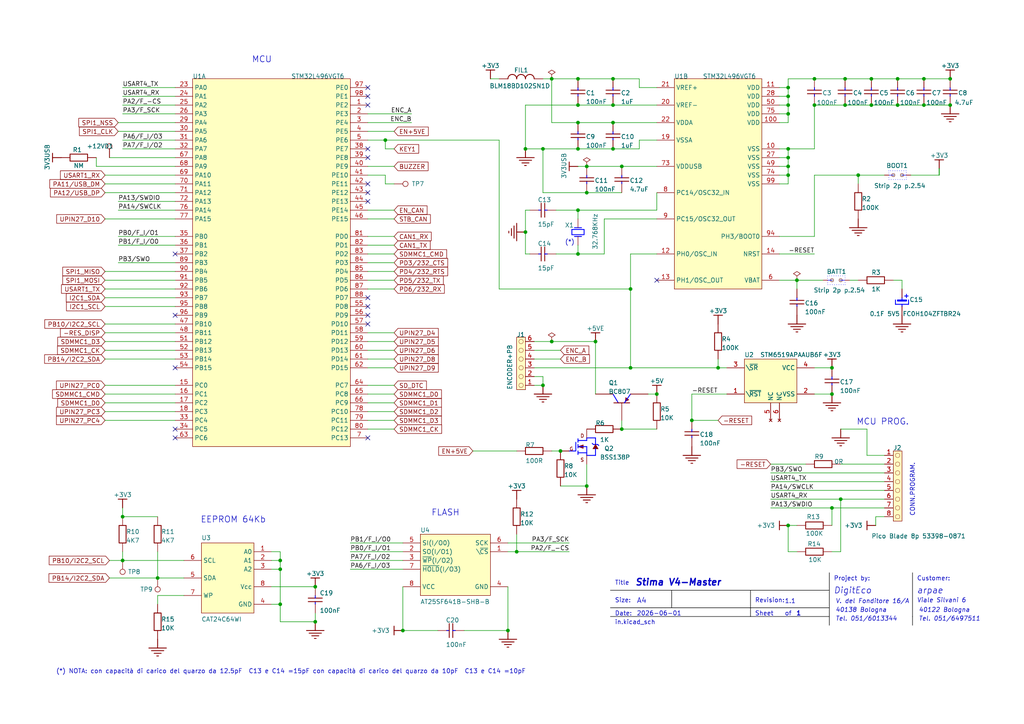
<source format=kicad_sch>
(kicad_sch (version 20230121) (generator eeschema)
  (paper "A4")
  (title_block (title "Stima V4-Master") (rev "1.0"))
  (junction (at 81.28 175.26))
  (junction (at 172.72 99.06))
  (junction (at 267.97 22.86))
  (junction (at 35.56 149.86))
  (junction (at 147.32 182.88))
  (junction (at 167.64 35.56))
  (junction (at 160.02 22.86))
  (junction (at 182.88 106.68))
  (junction (at 167.64 22.86))
  (junction (at 275.59 22.86))
  (junction (at 167.64 60.96))
  (junction (at 81.28 165.1))
  (junction (at 200.66 121.92))
  (junction (at 170.18 140.97))
  (junction (at 228.6 33.02))
  (junction (at 267.97 30.48))
  (junction (at 177.8 22.86))
  (junction (at 177.8 43.18))
  (junction (at 241.3 147.32))
  (junction (at 167.64 73.66))
  (junction (at 241.3 106.68))
  (junction (at 157.48 111.76))
  (junction (at 91.44 180.34))
  (junction (at 228.6 25.4))
  (junction (at 45.72 167.64))
  (junction (at 170.18 55.88))
  (junction (at 236.22 30.48))
  (junction (at 228.6 27.94))
  (junction (at 152.4 43.18))
  (junction (at 252.73 30.48))
  (junction (at 248.92 50.8))
  (junction (at 180.34 124.46))
  (junction (at 111.76 40.64))
  (junction (at 180.34 48.26))
  (junction (at 190.5 114.3))
  (junction (at 160.02 99.06))
  (junction (at 177.8 35.56))
  (junction (at 275.59 30.48))
  (junction (at 162.56 130.81))
  (junction (at 228.6 30.48))
  (junction (at 152.4 67.31))
  (junction (at 245.11 30.48))
  (junction (at 236.22 22.86))
  (junction (at 228.6 50.8))
  (junction (at 167.64 43.18))
  (junction (at 208.28 106.68))
  (junction (at 116.84 182.88))
  (junction (at 228.6 45.72))
  (junction (at 228.6 152.4))
  (junction (at 91.44 170.18))
  (junction (at 231.14 81.28))
  (junction (at 260.35 30.48))
  (junction (at 182.88 83.82))
  (junction (at 245.11 22.86))
  (junction (at 228.6 43.18))
  (junction (at 260.35 22.86))
  (junction (at 243.84 144.78))
  (junction (at 81.28 162.56))
  (junction (at 241.3 114.3))
  (junction (at 177.8 30.48))
  (junction (at 252.73 22.86))
  (junction (at 35.56 162.56))
  (junction (at 149.86 160.02))
  (junction (at 167.64 30.48))
  (junction (at 228.6 48.26))
  (junction (at 157.48 43.18))
  (junction (at 170.18 48.26))
  (no_connect (at 106.68 86.36))
  (no_connect (at 106.68 30.48))
  (no_connect (at 106.68 127))
  (no_connect (at 190.5 81.28))
  (no_connect (at 106.68 45.72))
  (no_connect (at 50.8 106.68))
  (no_connect (at 106.68 43.18))
  (no_connect (at 50.8 73.66))
  (no_connect (at 106.68 27.94))
  (no_connect (at 50.8 91.44))
  (no_connect (at 106.68 25.4))
  (no_connect (at 106.68 53.34))
  (no_connect (at 106.68 55.88))
  (no_connect (at 50.8 127))
  (no_connect (at 106.68 88.9))
  (no_connect (at 106.68 58.42))
  (no_connect (at 106.68 93.98))
  (no_connect (at 106.68 91.44))
  (no_connect (at 50.8 124.46))
  (wire (pts (xy 50.8 60.96) (xy 34.29 60.96)))
  (wire (pts (xy 34.29 38.1) (xy 50.8 38.1)))
  (wire (pts (xy 30.48 119.38) (xy 50.8 119.38)))
  (wire (pts (xy 106.68 63.5) (xy 114.3 63.5)))
  (wire (pts (xy 45.72 172.72) (xy 45.72 175.26)))
  (wire (pts (xy 34.29 35.56) (xy 50.8 35.56)))
  (wire (pts (xy 116.84 170.18) (xy 116.84 182.88)))
  (wire (pts (xy 35.56 33.02) (xy 50.8 33.02)))
  (wire (pts (xy 106.68 106.68) (xy 114.3 106.68)))
  (wire (pts (xy 226.06 53.34) (xy 228.6 53.34)))
  (wire (pts (xy 259.08 81.28) (xy 261.62 81.28)))
  (wire (pts (xy 50.8 48.26) (xy 27.94 48.26)))
  (wire (pts (xy 245.11 22.86) (xy 236.22 22.86)))
  (wire (pts (xy 149.86 160.02) (xy 165.1 160.02)))
  (wire (pts (xy 236.22 68.58) (xy 226.06 68.58)))
  (wire (pts (xy 81.28 180.34) (xy 91.44 180.34)))
  (wire (pts (xy 114.3 68.58) (xy 106.68 68.58)))
  (polyline (pts (xy 177.038 171.196) (xy 240.538 171.196)) (stroke (width 0) (type solid) (color 0 0 0 1)))
  (wire (pts (xy 35.56 160.02) (xy 35.56 162.56)))
  (wire (pts (xy 50.8 63.5) (xy 30.48 63.5)))
  (wire (pts (xy 111.76 53.34) (xy 114.3 53.34)))
  (wire (pts (xy 267.97 30.48) (xy 275.59 30.48)))
  (wire (pts (xy 167.64 22.86) (xy 177.8 22.86)))
  (wire (pts (xy 252.73 30.48) (xy 260.35 30.48)))
  (wire (pts (xy 30.48 83.82) (xy 50.8 83.82)))
  (wire (pts (xy 160.02 22.86) (xy 167.64 22.86)))
  (wire (pts (xy 231.14 81.28) (xy 238.76 81.28)))
  (wire (pts (xy 256.54 134.62) (xy 243.84 134.62)))
  (wire (pts (xy 50.8 30.48) (xy 35.56 30.48)))
  (wire (pts (xy 200.66 114.3) (xy 200.66 121.92)))
  (wire (pts (xy 167.64 73.66) (xy 175.26 73.66)))
  (wire (pts (xy 245.11 30.48) (xy 252.73 30.48)))
  (wire (pts (xy 30.48 99.06) (xy 50.8 99.06)))
  (wire (pts (xy 106.68 35.56) (xy 119.38 35.56)))
  (wire (pts (xy 111.76 50.8) (xy 106.68 50.8)))
  (wire (pts (xy 78.74 162.56) (xy 81.28 162.56)))
  (wire (pts (xy 251.46 124.46) (xy 243.84 124.46)))
  (wire (pts (xy 167.64 73.66) (xy 167.64 71.12)))
  (wire (pts (xy 172.72 99.06) (xy 172.72 114.3)))
  (wire (pts (xy 167.64 60.96) (xy 190.5 60.96)))
  (wire (pts (xy 30.48 104.14) (xy 50.8 104.14)))
  (wire (pts (xy 228.6 35.56) (xy 226.06 35.56)))
  (wire (pts (xy 31.75 45.72) (xy 50.8 45.72)))
  (wire (pts (xy 228.6 30.48) (xy 228.6 33.02)))
  (wire (pts (xy 147.32 160.02) (xy 149.86 160.02)))
  (wire (pts (xy 243.84 160.02) (xy 241.3 160.02)))
  (wire (pts (xy 190.5 60.96) (xy 190.5 55.88)))
  (wire (pts (xy 182.88 73.66) (xy 182.88 83.82)))
  (wire (pts (xy 157.48 43.18) (xy 152.4 43.18)))
  (wire (pts (xy 144.78 40.64) (xy 144.78 83.82)))
  (wire (pts (xy 236.22 30.48) (xy 245.11 30.48)))
  (wire (pts (xy 81.28 162.56) (xy 81.28 160.02)))
  (wire (pts (xy 31.75 167.64) (xy 45.72 167.64)))
  (wire (pts (xy 228.6 22.86) (xy 228.6 25.4)))
  (wire (pts (xy 27.94 48.26) (xy 27.94 45.72)))
  (wire (pts (xy 111.76 43.18) (xy 111.76 40.64)))
  (wire (pts (xy 160.02 99.06) (xy 172.72 99.06)))
  (wire (pts (xy 31.75 162.56) (xy 35.56 162.56)))
  (wire (pts (xy 106.68 121.92) (xy 114.3 121.92)))
  (wire (pts (xy 30.48 53.34) (xy 50.8 53.34)))
  (wire (pts (xy 154.94 104.14) (xy 162.56 104.14)))
  (wire (pts (xy 246.38 81.28) (xy 248.92 81.28)))
  (wire (pts (xy 243.84 144.78) (xy 243.84 160.02)))
  (wire (pts (xy 260.35 22.86) (xy 252.73 22.86)))
  (polyline (pts (xy 217.678 171.196) (xy 217.678 178.816)) (stroke (width 0) (type solid) (color 0 0 0 1)))
  (wire (pts (xy 228.6 43.18) (xy 226.06 43.18)))
  (wire (pts (xy 114.3 48.26) (xy 106.68 48.26)))
  (wire (pts (xy 30.48 50.8) (xy 50.8 50.8)))
  (wire (pts (xy 231.14 160.02) (xy 228.6 160.02)))
  (wire (pts (xy 81.28 165.1) (xy 81.28 162.56)))
  (wire (pts (xy 177.8 43.18) (xy 167.64 43.18)))
  (wire (pts (xy 81.28 175.26) (xy 81.28 180.34)))
  (polyline (pts (xy 194.818 171.196) (xy 194.818 176.276)) (stroke (width 0) (type solid) (color 0 0 0 1)))
  (wire (pts (xy 228.6 48.26) (xy 228.6 45.72)))
  (wire (pts (xy 228.6 25.4) (xy 228.6 27.94)))
  (wire (pts (xy 157.48 109.22) (xy 157.48 111.76)))
  (wire (pts (xy 241.3 147.32) (xy 256.54 147.32)))
  (wire (pts (xy 152.4 30.48) (xy 167.64 30.48)))
  (wire (pts (xy 81.28 175.26) (xy 81.28 165.1)))
  (wire (pts (xy 185.42 22.86) (xy 185.42 25.4)))
  (wire (pts (xy 228.6 160.02) (xy 228.6 152.4)))
  (wire (pts (xy 228.6 53.34) (xy 228.6 50.8)))
  (wire (pts (xy 30.48 96.52) (xy 50.8 96.52)))
  (wire (pts (xy 170.18 134.62) (xy 170.18 140.97)))
  (wire (pts (xy 256.54 50.8) (xy 248.92 50.8)))
  (wire (pts (xy 177.8 30.48) (xy 190.5 30.48)))
  (wire (pts (xy 228.6 45.72) (xy 228.6 43.18)))
  (wire (pts (xy 275.59 22.86) (xy 267.97 22.86)))
  (wire (pts (xy 134.62 182.88) (xy 147.32 182.88)))
  (wire (pts (xy 116.84 160.02) (xy 101.6 160.02)))
  (wire (pts (xy 190.5 48.26) (xy 180.34 48.26)))
  (wire (pts (xy 78.74 170.18) (xy 91.44 170.18)))
  (wire (pts (xy 256.54 144.78) (xy 243.84 144.78)))
  (wire (pts (xy 175.26 63.5) (xy 190.5 63.5)))
  (wire (pts (xy 254 149.86) (xy 254 152.4)))
  (wire (pts (xy 180.34 121.92) (xy 180.34 124.46)))
  (wire (pts (xy 190.5 40.64) (xy 185.42 40.64)))
  (wire (pts (xy 167.64 43.18) (xy 157.48 43.18)))
  (wire (pts (xy 106.68 60.96) (xy 114.3 60.96)))
  (wire (pts (xy 161.29 60.96) (xy 167.64 60.96)))
  (wire (pts (xy 228.6 33.02) (xy 228.6 35.56)))
  (wire (pts (xy 50.8 68.58) (xy 34.29 68.58)))
  (wire (pts (xy 243.84 144.78) (xy 223.52 144.78)))
  (wire (pts (xy 106.68 83.82) (xy 114.3 83.82)))
  (wire (pts (xy 106.68 81.28) (xy 114.3 81.28)))
  (wire (pts (xy 251.46 132.08) (xy 256.54 132.08)))
  (wire (pts (xy 78.74 175.26) (xy 81.28 175.26)))
  (wire (pts (xy 180.34 124.46) (xy 190.5 124.46)))
  (wire (pts (xy 256.54 149.86) (xy 254 149.86)))
  (wire (pts (xy 111.76 40.64) (xy 144.78 40.64)))
  (wire (pts (xy 50.8 58.42) (xy 34.29 58.42)))
  (wire (pts (xy 267.97 22.86) (xy 260.35 22.86)))
  (wire (pts (xy 114.3 71.12) (xy 106.68 71.12)))
  (wire (pts (xy 152.4 43.18) (xy 152.4 30.48)))
  (polyline (pts (xy 177.038 176.276) (xy 240.538 176.276)) (stroke (width 0) (type solid) (color 0 0 0 1)))
  (wire (pts (xy 35.56 147.32) (xy 35.56 149.86)))
  (wire (pts (xy 162.56 140.97) (xy 170.18 140.97)))
  (wire (pts (xy 152.4 60.96) (xy 152.4 67.31)))
  (wire (pts (xy 154.94 109.22) (xy 157.48 109.22)))
  (wire (pts (xy 161.29 73.66) (xy 167.64 73.66)))
  (wire (pts (xy 236.22 114.3) (xy 241.3 114.3)))
  (wire (pts (xy 106.68 104.14) (xy 114.3 104.14)))
  (polyline (pts (xy 264.668 178.816) (xy 264.668 181.356)) (stroke (width 0) (type solid) (color 0 0 0 1)))
  (wire (pts (xy 50.8 86.36) (xy 30.48 86.36)))
  (wire (pts (xy 153.67 60.96) (xy 152.4 60.96)))
  (wire (pts (xy 175.26 73.66) (xy 175.26 63.5)))
  (wire (pts (xy 50.8 55.88) (xy 30.48 55.88)))
  (wire (pts (xy 154.94 99.06) (xy 160.02 99.06)))
  (wire (pts (xy 137.16 130.81) (xy 149.86 130.81)))
  (wire (pts (xy 106.68 76.2) (xy 114.3 76.2)))
  (wire (pts (xy 231.14 83.82) (xy 231.14 81.28)))
  (wire (pts (xy 228.6 45.72) (xy 226.06 45.72)))
  (wire (pts (xy 116.84 157.48) (xy 101.6 157.48)))
  (wire (pts (xy 157.48 55.88) (xy 157.48 43.18)))
  (wire (pts (xy 116.84 182.88) (xy 127 182.88)))
  (wire (pts (xy 144.78 83.82) (xy 182.88 83.82)))
  (wire (pts (xy 190.5 114.3) (xy 187.96 114.3)))
  (wire (pts (xy 228.6 152.4) (xy 231.14 152.4)))
  (wire (pts (xy 35.56 149.86) (xy 45.72 149.86)))
  (wire (pts (xy 35.56 43.18) (xy 50.8 43.18)))
  (wire (pts (xy 248.92 53.34) (xy 248.92 50.8)))
  (wire (pts (xy 30.48 93.98) (xy 50.8 93.98)))
  (wire (pts (xy 228.6 27.94) (xy 228.6 30.48)))
  (wire (pts (xy 154.94 101.6) (xy 162.56 101.6)))
  (wire (pts (xy 210.82 114.3) (xy 200.66 114.3)))
  (wire (pts (xy 248.92 50.8) (xy 236.22 50.8)))
  (wire (pts (xy 182.88 106.68) (xy 182.88 83.82)))
  (wire (pts (xy 226.06 50.8) (xy 228.6 50.8)))
  (wire (pts (xy 50.8 27.94) (xy 35.56 27.94)))
  (wire (pts (xy 30.48 114.3) (xy 50.8 114.3)))
  (wire (pts (xy 256.54 137.16) (xy 223.52 137.16)))
  (wire (pts (xy 228.6 27.94) (xy 226.06 27.94)))
  (wire (pts (xy 106.68 119.38) (xy 114.3 119.38)))
  (wire (pts (xy 167.64 35.56) (xy 177.8 35.56)))
  (wire (pts (xy 236.22 50.8) (xy 236.22 68.58)))
  (wire (pts (xy 228.6 33.02) (xy 226.06 33.02)))
  (wire (pts (xy 261.62 81.28) (xy 261.62 83.82)))
  (wire (pts (xy 106.68 40.64) (xy 111.76 40.64)))
  (wire (pts (xy 182.88 106.68) (xy 208.28 106.68)))
  (wire (pts (xy 160.02 22.86) (xy 160.02 35.56)))
  (wire (pts (xy 152.4 67.31) (xy 152.4 73.66)))
  (wire (pts (xy 50.8 76.2) (xy 34.29 76.2)))
  (wire (pts (xy 114.3 73.66) (xy 106.68 73.66)))
  (wire (pts (xy 50.8 88.9) (xy 30.48 88.9)))
  (wire (pts (xy 185.42 40.64) (xy 185.42 43.18)))
  (wire (pts (xy 236.22 22.86) (xy 228.6 22.86)))
  (wire (pts (xy 223.52 134.62) (xy 233.68 134.62)))
  (wire (pts (xy 182.88 73.66) (xy 190.5 73.66)))
  (wire (pts (xy 45.72 160.02) (xy 45.72 167.64)))
  (wire (pts (xy 228.6 43.18) (xy 236.22 43.18)))
  (wire (pts (xy 228.6 50.8) (xy 228.6 48.26)))
  (wire (pts (xy 185.42 43.18) (xy 177.8 43.18)))
  (wire (pts (xy 35.56 40.64) (xy 50.8 40.64)))
  (wire (pts (xy 185.42 25.4) (xy 190.5 25.4)))
  (wire (pts (xy 223.52 142.24) (xy 256.54 142.24)))
  (wire (pts (xy 106.68 99.06) (xy 114.3 99.06)))
  (wire (pts (xy 50.8 71.12) (xy 34.29 71.12)))
  (wire (pts (xy 111.76 53.34) (xy 111.76 50.8)))
  (wire (pts (xy 147.32 157.48) (xy 165.1 157.48)))
  (wire (pts (xy 157.48 111.76) (xy 154.94 111.76)))
  (wire (pts (xy 157.48 22.86) (xy 160.02 22.86)))
  (wire (pts (xy 114.3 43.18) (xy 111.76 43.18)))
  (wire (pts (xy 106.68 114.3) (xy 114.3 114.3)))
  (wire (pts (xy 30.48 78.74) (xy 50.8 78.74)))
  (wire (pts (xy 116.84 162.56) (xy 101.6 162.56)))
  (wire (pts (xy 208.28 106.68) (xy 210.82 106.68)))
  (wire (pts (xy 30.48 101.6) (xy 50.8 101.6)))
  (wire (pts (xy 241.3 152.4) (xy 241.3 147.32)))
  (wire (pts (xy 106.68 101.6) (xy 114.3 101.6)))
  (wire (pts (xy 228.6 48.26) (xy 226.06 48.26)))
  (wire (pts (xy 30.48 121.92) (xy 50.8 121.92)))
  (wire (pts (xy 260.35 30.48) (xy 267.97 30.48)))
  (polyline (pts (xy 240.538 166.116) (xy 240.538 178.816)) (stroke (width 0) (type solid) (color 0 0 0 1)))
  (wire (pts (xy 154.94 106.68) (xy 182.88 106.68)))
  (wire (pts (xy 106.68 38.1) (xy 114.3 38.1)))
  (wire (pts (xy 78.74 165.1) (xy 81.28 165.1)))
  (wire (pts (xy 53.34 172.72) (xy 45.72 172.72)))
  (wire (pts (xy 106.68 78.74) (xy 114.3 78.74)))
  (wire (pts (xy 236.22 43.18) (xy 236.22 30.48)))
  (wire (pts (xy 30.48 111.76) (xy 50.8 111.76)))
  (wire (pts (xy 170.18 55.88) (xy 157.48 55.88)))
  (wire (pts (xy 106.68 111.76) (xy 114.3 111.76)))
  (wire (pts (xy 106.68 116.84) (xy 114.3 116.84)))
  (wire (pts (xy 35.56 162.56) (xy 53.34 162.56)))
  (wire (pts (xy 228.6 25.4) (xy 226.06 25.4)))
  (wire (pts (xy 91.44 177.8) (xy 91.44 180.34)))
  (wire (pts (xy 144.78 22.86) (xy 142.24 22.86)))
  (wire (pts (xy 160.02 35.56) (xy 167.64 35.56)))
  (wire (pts (xy 152.4 73.66) (xy 153.67 73.66)))
  (wire (pts (xy 228.6 30.48) (xy 226.06 30.48)))
  (wire (pts (xy 231.14 81.28) (xy 226.06 81.28)))
  (wire (pts (xy 177.8 35.56) (xy 190.5 35.56)))
  (wire (pts (xy 252.73 22.86) (xy 245.11 22.86)))
  (wire (pts (xy 114.3 124.46) (xy 106.68 124.46)))
  (wire (pts (xy 208.28 104.14) (xy 208.28 106.68)))
  (wire (pts (xy 30.48 81.28) (xy 50.8 81.28)))
  (wire (pts (xy 106.68 33.02) (xy 119.38 33.02)))
  (wire (pts (xy 272.415 50.8) (xy 272.415 48.895)) (stroke (width 0.254)))
  (wire (pts (xy 81.28 160.02) (xy 78.74 160.02)))
  (wire (pts (xy 106.68 96.52) (xy 114.3 96.52)))
  (wire (pts (xy 264.16 50.8) (xy 272.415 50.8)))
  (wire (pts (xy 256.54 139.7) (xy 223.52 139.7)))
  (wire (pts (xy 236.22 106.68) (xy 241.3 106.68)))
  (wire (pts (xy 45.72 167.64) (xy 53.34 167.64)))
  (wire (pts (xy 226.06 73.66) (xy 236.22 73.66)))
  (wire (pts (xy 50.8 25.4) (xy 35.56 25.4)))
  (wire (pts (xy 180.34 48.26) (xy 170.18 48.26)))
  (wire (pts (xy 116.84 165.1) (xy 101.6 165.1)))
  (wire (pts (xy 251.46 124.46) (xy 251.46 132.08)))
  (wire (pts (xy 180.34 55.88) (xy 170.18 55.88)))
  (wire (pts (xy 167.64 60.96) (xy 167.64 63.5)))
  (wire (pts (xy 167.64 30.48) (xy 177.8 30.48)))
  (wire (pts (xy 200.66 121.92) (xy 208.28 121.92)))
  (wire (pts (xy 30.48 116.84) (xy 50.8 116.84)))
  (wire (pts (xy 177.8 22.86) (xy 185.42 22.86)))
  (wire (pts (xy 167.64 48.26) (xy 170.18 48.26)))
  (wire (pts (xy 223.52 147.32) (xy 241.3 147.32)))
  (wire (pts (xy 149.86 154.94) (xy 149.86 160.02)))
  (wire (pts (xy 147.32 170.18) (xy 147.32 182.88)))
  (wire (pts (xy 160.02 130.81) (xy 162.56 130.81)))
  (polyline (pts (xy 264.668 166.116) (xy 264.668 166.116) (xy 264.668 178.816)) (stroke (width 0) (type solid) (color 0 0 0 1)))
  (polyline (pts (xy 177.038 178.816) (xy 240.538 178.816) (xy 240.538 181.356)) (stroke (width 0) (type solid) (color 0 0 0 1)))
  (text "MCU PROG." (at 248.412 123.4948 0) (effects (font (size 1.778 1.778)) (justify left bottom)))
  (text "Revision:" (at 218.948 175.006 0) (effects (font (size 1.27 1.27)) (justify left bottom)))
  (text "(*)" (at 163.83 71.12 0) (effects (font (size 1.27 1.27)) (justify left bottom)))
  (text "1.1" (at 227.584 175.26 0) (effects (font (size 1.27 1.27)) (justify left bottom)))
  (text "V. del Fonditore 16/A" (at 242.316 175.26 0) (effects (font (size 1.27 1.27) italic) (justify left bottom)))
  (text "40138 Bologna" (at 242.316 177.8 0) (effects (font (size 1.27 1.27) italic) (justify left bottom)))
  (text "A4" (at 184.658 175.26 0) (effects (font (size 1.524 1.524)) (justify left bottom)))
  (text "Sheet" (at 218.948 178.816 0) (effects (font (size 1.27 1.27)) (justify left bottom)))
  (text "(*) NOTA: con capacità di carico del quarzo da 12.5pF  C13 e C14 =15pF con capacità di carico del quarzo da 10pF  C13 e C14 =10pF" (at 16.256 195.58 0) (effects (font (size 1.27 1.27)) (justify left bottom)))
  (text "${##}" (at 230.886 178.816 0) (effects (font (size 1.27 1.27) bold) (justify left bottom)))
  (text "${CURRENT_DATE}" (at 184.658 178.816 0) (effects (font (size 1.27 1.27)) (justify left bottom)))
  (text "Tel. 051/6497511" (at 266.446 180.34 0) (effects (font (size 1.27 1.27) italic) (justify left bottom)))
  (text "DigitEco" (at 241.808 172.466 0) (effects (font (size 1.778 1.778) italic) (justify left bottom)))
  (text "Project by:" (at 241.808 168.656 0) (effects (font (size 1.27 1.27)) (justify left bottom)))
  (text "MCU" (at 73.025 18.415 0) (effects (font (size 1.778 1.778)) (justify left bottom)))
  (text "${#}" (at 224.282 178.816 0) (effects (font (size 1.27 1.27) bold) (justify left bottom)))
  (text "EEPROM 64Kb" (at 58.166 151.892 0) (effects (font (size 1.778 1.778)) (justify left bottom)))
  (text "FLASH" (at 125.095 149.86 0) (effects (font (size 1.778 1.778)) (justify left bottom)))
  (text "arpae" (at 265.938 172.466 0) (effects (font (size 1.778 1.778) italic) (justify left bottom)))
  (text "Date:" (at 178.308 178.816 0) (effects (font (size 1.27 1.27)) (justify left bottom)))
  (text "${FILENAME}" (at 178.308 181.356 0) (effects (font (size 1.27 1.27)) (justify left bottom)))
  (text "" (at 180.34 107.315 90) (effects (font (size 1.143 1.143)) (justify left bottom)))
  (text "Customer:" (at 265.938 168.656 0) (effects (font (size 1.27 1.27)) (justify left bottom)))
  (text "CONN.PROGRAM." (at 265.43 149.86 90) (effects (font (size 1.27 1.27)) (justify left bottom)))
  (text "Tel. 051/6013344" (at 242.316 180.34 0) (effects (font (size 1.27 1.27) italic) (justify left bottom)))
  (text "40122 Bologna" (at 266.446 177.8 0) (effects (font (size 1.27 1.27) italic) (justify left bottom)))
  (text "Size:" (at 178.308 175.006 0) (effects (font (size 1.27 1.27)) (justify left bottom)))
  (text "${TITLE}" (at 184.15 170.18 0) (effects (font (size 1.905 1.905) bold italic) (justify left bottom)))
  (text "" (at 184.658 181.356 0) (effects (font (size 1.27 1.27)) (justify left bottom)))
  (text "Viale Silvani 6" (at 265.938 175.006 0) (effects (font (size 1.27 1.27) italic) (justify left bottom)))
  (text "of" (at 227.584 178.816 0) (effects (font (size 1.27 1.27)) (justify left bottom)))
  (text "Title" (at 178.308 169.926 0) (effects (font (size 1.27 1.27)) (justify left bottom)))
  (label "USART4_RX" (at 223.52 144.78 180))
  (label "PA14/SWCLK" (at 34.29 60.96 180))
  (label "PA3/F_SCK" (at 165.1 157.48 180))
  (label "PA3/F_SCK" (at 35.56 33.02 180))
  (label "PA2/F_-CS" (at 35.56 30.48 180))
  (label "PA2/F_-CS" (at 165.1 160.02 180))
  (label "USART4_TX" (at 223.52 139.7 180))
  (label "PB1/F_I/O0" (at 34.29 71.12 180))
  (label "PA13/SWDIO" (at 223.52 147.32 180))
  (label "PB0/F_I/O1" (at 101.6 160.02 180))
  (label "PB1/F_I/O0" (at 101.6 157.48 180))
  (label "PA7/F_I/O2" (at 35.56 43.18 180))
  (label "PB3/SWO" (at 223.52 137.16 180))
  (label "USART4_TX" (at 35.56 25.4 180))
  (label "ENC_A" (at 119.38 33.02 180))
  (label "PA7/F_I/O2" (at 101.6 162.56 180))
  (label "-RESET" (at 236.22 73.66 180))
  (label "PB0/F_I/O1" (at 34.29 68.58 180))
  (label "PA13/SWDIO" (at 34.29 58.42 180))
  (label "PA14/SWCLK" (at 223.52 142.24 180))
  (label "PA6/F_I/O3" (at 101.6 165.1 180))
  (label "ENC_B" (at 119.38 35.56 180))
  (label "PA6/F_I/O3" (at 35.56 40.64 180))
  (label "USART4_RX" (at 35.56 27.94 180))
  (label "-RESET" (at 200.66 114.3 180))
  (label "PB3/SWO" (at 34.29 76.2 180))
  (global_label "KEY1" (shape input) (at 114.3 43.18 0) (property "Intersheetrefs" "${INTERSHEET_REFS}" (effects hide)))
  (global_label "STB_CAN" (shape input) (at 114.3 63.5 0) (property "Intersheetrefs" "${INTERSHEET_REFS}" (effects hide)))
  (global_label "USART1_TX" (shape input) (at 30.48 83.82 180) (property "Intersheetrefs" "${INTERSHEET_REFS}" (effects hide)))
  (global_label "SDMMC1_D0" (shape input) (at 114.3 114.3 0) (property "Intersheetrefs" "${INTERSHEET_REFS}" (effects hide)))
  (global_label "ENC_A" (shape input) (at 162.56 101.6 0) (property "Intersheetrefs" "${INTERSHEET_REFS}" (effects hide)))
  (global_label "SDMMC1_D3" (shape input) (at 30.48 99.06 180) (property "Intersheetrefs" "${INTERSHEET_REFS}" (effects hide)))
  (global_label "SDMMC1_CK" (shape input) (at 114.3 124.46 0) (property "Intersheetrefs" "${INTERSHEET_REFS}" (effects hide)))
  (global_label "UPIN27_D4" (shape input) (at 114.3 96.52 0) (property "Intersheetrefs" "${INTERSHEET_REFS}" (effects hide)))
  (global_label "PD5{slash}232_TX" (shape input) (at 114.3 81.28 0) (property "Intersheetrefs" "${INTERSHEET_REFS}" (effects hide)))
  (global_label "SDMMC1_D0" (shape input) (at 30.48 116.84 180) (property "Intersheetrefs" "${INTERSHEET_REFS}" (effects hide)))
  (global_label "UPIN27_PC0" (shape input) (at 30.48 111.76 180) (property "Intersheetrefs" "${INTERSHEET_REFS}" (effects hide)))
  (global_label "SPI1_NSS" (shape input) (at 34.29 35.56 180) (property "Intersheetrefs" "${INTERSHEET_REFS}" (effects hide)))
  (global_label "PB14{slash}I2C2_SDA" (shape input) (at 30.48 104.14 180) (property "Intersheetrefs" "${INTERSHEET_REFS}" (effects hide)))
  (global_label "PB10{slash}I2C2_SCL" (shape input) (at 31.75 162.56 180) (property "Intersheetrefs" "${INTERSHEET_REFS}" (effects hide)))
  (global_label "-RES_DISP" (shape input) (at 30.48 96.52 180) (property "Intersheetrefs" "${INTERSHEET_REFS}" (effects hide)))
  (global_label "EN+5VE" (shape input) (at 137.16 130.81 180) (property "Intersheetrefs" "${INTERSHEET_REFS}" (effects hide)))
  (global_label "PD4{slash}232_RTS" (shape input) (at 114.3 78.74 0) (property "Intersheetrefs" "${INTERSHEET_REFS}" (effects hide)))
  (global_label "ENC_B" (shape input) (at 162.56 104.14 0) (property "Intersheetrefs" "${INTERSHEET_REFS}" (effects hide)))
  (global_label "SPI1_MOSI" (shape input) (at 30.48 81.28 180) (property "Intersheetrefs" "${INTERSHEET_REFS}" (effects hide)))
  (global_label "PB14{slash}I2C2_SDA" (shape input) (at 31.75 167.64 180) (property "Intersheetrefs" "${INTERSHEET_REFS}" (effects hide)))
  (global_label "SDMMC1_CMD" (shape input) (at 114.3 73.66 0) (property "Intersheetrefs" "${INTERSHEET_REFS}" (effects hide)))
  (global_label "UPIN27_D8" (shape input) (at 114.3 104.14 0) (property "Intersheetrefs" "${INTERSHEET_REFS}" (effects hide)))
  (global_label "SDMMC1_D3" (shape input) (at 114.3 121.92 0) (property "Intersheetrefs" "${INTERSHEET_REFS}" (effects hide)))
  (global_label "SPI1_MISO" (shape input) (at 30.48 78.74 180) (property "Intersheetrefs" "${INTERSHEET_REFS}" (effects hide)))
  (global_label "PA12{slash}USB_DP" (shape input) (at 30.48 55.88 180) (property "Intersheetrefs" "${INTERSHEET_REFS}" (effects hide)))
  (global_label "SDMMC1_D1" (shape input) (at 114.3 116.84 0) (property "Intersheetrefs" "${INTERSHEET_REFS}" (effects hide)))
  (global_label "SDMMC1_CMD" (shape input) (at 30.48 114.3 180) (property "Intersheetrefs" "${INTERSHEET_REFS}" (effects hide)))
  (global_label "CAN1_TX" (shape input) (at 114.3 71.12 0) (property "Intersheetrefs" "${INTERSHEET_REFS}" (effects hide)))
  (global_label "SD_DTC" (shape input) (at 114.3 111.76 0) (property "Intersheetrefs" "${INTERSHEET_REFS}" (effects hide)))
  (global_label "I2C1_SDA" (shape input) (at 30.48 86.36 180) (property "Intersheetrefs" "${INTERSHEET_REFS}" (effects hide)))
  (global_label "UPIN27_PC3" (shape input) (at 30.48 119.38 180) (property "Intersheetrefs" "${INTERSHEET_REFS}" (effects hide)))
  (global_label "BUZZER" (shape input) (at 114.3 48.26 0) (property "Intersheetrefs" "${INTERSHEET_REFS}" (effects hide)))
  (global_label "EN_CAN" (shape input) (at 114.3 60.96 0) (property "Intersheetrefs" "${INTERSHEET_REFS}" (effects hide)))
  (global_label "PA11{slash}USB_DM" (shape input) (at 30.48 53.34 180) (property "Intersheetrefs" "${INTERSHEET_REFS}" (effects hide)))
  (global_label "UPIN27_D10" (shape input) (at 30.48 63.5 180) (property "Intersheetrefs" "${INTERSHEET_REFS}" (effects hide)))
  (global_label "UPIN27_D9" (shape input) (at 114.3 106.68 0) (property "Intersheetrefs" "${INTERSHEET_REFS}" (effects hide)))
  (global_label "SDMMC1_D2" (shape input) (at 114.3 119.38 0) (property "Intersheetrefs" "${INTERSHEET_REFS}" (effects hide)))
  (global_label "USART1_RX" (shape input) (at 30.48 50.8 180) (property "Intersheetrefs" "${INTERSHEET_REFS}" (effects hide)))
  (global_label "SDMMC1_CK" (shape input) (at 30.48 101.6 180) (property "Intersheetrefs" "${INTERSHEET_REFS}" (effects hide)))
  (global_label "I2C1_SCL" (shape input) (at 30.48 88.9 180) (property "Intersheetrefs" "${INTERSHEET_REFS}" (effects hide)))
  (global_label "PB10{slash}I2C2_SCL" (shape input) (at 30.48 93.98 180) (property "Intersheetrefs" "${INTERSHEET_REFS}" (effects hide)))
  (global_label "PD3{slash}232_CTS" (shape input) (at 114.3 76.2 0) (property "Intersheetrefs" "${INTERSHEET_REFS}" (effects hide)))
  (global_label "UPIN27_D6" (shape input) (at 114.3 101.6 0) (property "Intersheetrefs" "${INTERSHEET_REFS}" (effects hide)))
  (global_label "SPI1_CLK" (shape input) (at 34.29 38.1 180) (property "Intersheetrefs" "${INTERSHEET_REFS}" (effects hide)))
  (global_label "UPIN27_PC4" (shape input) (at 30.48 121.92 180) (property "Intersheetrefs" "${INTERSHEET_REFS}" (effects hide)))
  (global_label "EN+5VE" (shape input) (at 114.3 38.1 0) (property "Intersheetrefs" "${INTERSHEET_REFS}" (effects hide)))
  (global_label "PD6{slash}232_RX" (shape input) (at 114.3 83.82 0) (property "Intersheetrefs" "${INTERSHEET_REFS}" (effects hide)))
  (global_label "CAN1_RX" (shape input) (at 114.3 68.58 0) (property "Intersheetrefs" "${INTERSHEET_REFS}" (effects hide)))
  (global_label "-RESET" (shape input) (at 223.52 134.62 180) (property "Intersheetrefs" "${INTERSHEET_REFS}" (effects hide)))
  (global_label "-RESET" (shape input) (at 208.28 121.92 0) (property "Intersheetrefs" "${INTERSHEET_REFS}" (effects hide)))
  (global_label "UPIN27_D5" (shape input) (at 114.3 99.06 0) (property "Intersheetrefs" "${INTERSHEET_REFS}" (effects hide)))
  (symbol (lib_id "Stima V4 Master R1_1-altium-import:GND") (at 91.44 180.34 0) (unit 1)
    (property "Reference" "#PWR?" (effects hide))
    (property "Value" "GND" (effects hide))
  )
  (symbol (lib_id "Stima V4 Master R1_1-altium-import:root_2_C0805") (at 245.11 27.94 0) (unit 1)
    (property "Reference" "C4" (at 247.396 27.686 0) (effects (justify left bottom)))
    (property "Value" "100nF" (at 245.745 30.48 0) (effects (justify left bottom)))
    (property "Footprint" "Library_Master_impronte:0603" (effects hide))
    (property "PACKAGE REFERENCE" "0603" (effects hide))
    (property "TYPE" "Multistrato X5R/X7R" (effects hide))
    (property "ALTIUM_VALUE" "100nF" (effects hide))
    (property "VOLTAGE" "50V" (effects hide))
  )
  (symbol (lib_id "Stima V4 Master R1_1-altium-import:+3V3") (at 116.84 182.88 270) (unit 1)
    (property "Reference" "#PWR?" (effects hide))
    (property "Value" "+3V3" (at 113.03 182.88 90) (effects (justify right)))
  )
  (symbol (lib_id "Stima V4 Master R1_1-altium-import:root_3_C0805") (at 158.75 60.96 0) (unit 1)
    (property "Reference" "C13" (at 155.956 58.674 0) (effects (justify left bottom)))
    (property "Value" "15pF" (at 155.956 65.786 0) (effects (justify left bottom)))
    (property "Footprint" "Library_Master_impronte:0603" (effects hide))
    (property "PACKAGE REFERENCE" "0603" (effects hide))
    (property "TYPE" "Multistrato X5R/X7R" (effects hide))
    (property "ALTIUM_VALUE" "15pF" (effects hide))
    (property "VOLTAGE" "50V" (effects hide))
  )
  (symbol (lib_id "Stima V4 Master R1_1-altium-import:GND") (at 157.48 111.76 0) (unit 1)
    (property "Reference" "#PWR?" (effects hide))
    (property "Value" "GND" (effects hide))
  )
  (symbol (lib_id "Stima V4 Master R1_1-altium-import:+3V3") (at 241.3 106.68 180) (unit 1)
    (property "Reference" "#PWR?" (effects hide))
    (property "Value" "+3V3" (at 241.3 102.87 0))
  )
  (symbol (lib_id "Stima V4 Master R1_1-altium-import:root_2_C0805") (at 252.73 27.94 0) (unit 1)
    (property "Reference" "C5" (at 255.016 27.686 0) (effects (justify left bottom)))
    (property "Value" "100nF" (at 253.365 30.48 0) (effects (justify left bottom)))
    (property "Footprint" "Library_Master_impronte:0603" (effects hide))
    (property "PACKAGE REFERENCE" "0603" (effects hide))
    (property "TYPE" "Multistrato X5R/X7R" (effects hide))
    (property "ALTIUM_VALUE" "100nF" (effects hide))
    (property "VOLTAGE" "50V" (effects hide))
  )
  (symbol (lib_id "Stima V4 Master R1_1-altium-import:root_0_BLM21BD") (at 147.32 20.32 0) (unit 1)
    (property "Reference" "FIL1" (at 149.098 21.082 0) (effects (justify left bottom)))
    (property "Value" "BLM18BD102SN1D" (at 141.986 25.654 0) (effects (justify left bottom)))
    (property "Footprint" "Library_Master_impronte:0603" (effects hide))
    (property "TYPE" "BLM18BD102SN1D  MURATA" (effects hide))
    (property "PACKAGE REFERENCE" "0603" (effects hide))
  )
  (symbol (lib_id "Stima V4 Master R1_1-altium-import:root_1_Res_0805") (at 33.02 157.48 0) (unit 1)
    (property "Reference" "R10" (at 36.576 154.94 0) (effects (justify left bottom)))
    (property "Value" "4K7" (at 36.576 157.48 0) (effects (justify left bottom)))
    (property "Footprint" "Library_Master_impronte:0603" (effects hide))
    (property "ALTIUM_VALUE" "4K75" (effects hide))
    (property "PRECISION" "5%" (effects hide))
    (property "PACKAGE REFERENCE" "0603" (effects hide))
    (property "POWER" "1/8W" (effects hide))
  )
  (symbol (lib_id "Stima V4 Master R1_1-altium-import:GND") (at 248.92 63.5 0) (unit 1)
    (property "Reference" "#PWR?" (effects hide))
    (property "Value" "GND" (effects hide))
  )
  (symbol (lib_id "Stima V4 Master R1_1-altium-import:root_3_Res_0805") (at 152.4 147.32 0) (unit 1)
    (property "Reference" "R12" (at 150.876 149.86 0) (effects (justify left bottom)))
    (property "Value" "10K" (at 150.876 152.4 0) (effects (justify left bottom)))
    (property "Footprint" "Library_Master_impronte:0603" (effects hide))
    (property "ALTIUM_VALUE" "10K" (effects hide))
    (property "PRECISION" "5%" (effects hide))
    (property "PACKAGE REFERENCE" "0603" (effects hide))
    (property "POWER" "1/8W" (effects hide))
  )
  (symbol (lib_id "Stima V4 Master R1_1-altium-import:+3V3") (at 254 152.4 270) (unit 1)
    (property "Reference" "#PWR?" (effects hide))
    (property "Value" "+3V3" (at 250.19 152.4 90) (effects (justify right)))
  )
  (symbol (lib_id "Stima V4 Master R1_1-altium-import:+3V3") (at 149.86 144.78 180) (unit 1)
    (property "Reference" "#PWR?" (effects hide))
    (property "Value" "+3V3" (at 149.86 140.97 0))
  )
  (symbol (lib_id "Stima V4 Master R1_1-altium-import:+3V3") (at 91.44 170.18 180) (unit 1)
    (property "Reference" "#PWR?" (effects hide))
    (property "Value" "+3V3" (at 91.44 166.37 0))
  )
  (symbol (lib_id "Stima V4 Master R1_1-altium-import:root_2_C0805") (at 267.97 27.94 0) (unit 1)
    (property "Reference" "C7" (at 270.256 27.686 0) (effects (justify left bottom)))
    (property "Value" "100nF" (at 268.605 30.48 0) (effects (justify left bottom)))
    (property "Footprint" "Library_Master_impronte:0603" (effects hide))
    (property "PACKAGE REFERENCE" "0603" (effects hide))
    (property "TYPE" "Multistrato X5R/X7R" (effects hide))
    (property "ALTIUM_VALUE" "100nF" (effects hide))
    (property "VOLTAGE" "50V" (effects hide))
  )
  (symbol (lib_id "Stima V4 Master R1_1-altium-import:root_3_C0805") (at 158.75 73.66 0) (unit 1)
    (property "Reference" "C14" (at 155.956 71.374 0) (effects (justify left bottom)))
    (property "Value" "15pF" (at 155.956 78.486 0) (effects (justify left bottom)))
    (property "Footprint" "Library_Master_impronte:0603" (effects hide))
    (property "PACKAGE REFERENCE" "0603" (effects hide))
    (property "TYPE" "Multistrato X5R/X7R" (effects hide))
    (property "ALTIUM_VALUE" "15pF" (effects hide))
    (property "VOLTAGE" "50V" (effects hide))
  )
  (symbol (lib_id "Stima V4 Master R1_1-altium-import:root_1_Res_0805") (at 246.38 60.96 0) (unit 1)
    (property "Reference" "R2" (at 249.936 58.42 0) (effects (justify left bottom)))
    (property "Value" "100K" (at 249.936 60.96 0) (effects (justify left bottom)))
    (property "Footprint" "Library_Master_impronte:0603" (effects hide))
    (property "ALTIUM_VALUE" "4K75" (effects hide))
    (property "PRECISION" "5%" (effects hide))
    (property "PACKAGE REFERENCE" "0603" (effects hide))
    (property "POWER" "1/8W" (effects hide))
  )
  (symbol (lib_id "Stima V4 Master R1_1-altium-import:root_2_C0805") (at 167.64 27.94 0) (unit 1)
    (property "Reference" "C1" (at 169.926 27.686 0) (effects (justify left bottom)))
    (property "Value" "100nF" (at 169.926 30.226 0) (effects (justify left bottom)))
    (property "Footprint" "Library_Master_impronte:0603" (effects hide))
    (property "PACKAGE REFERENCE" "0603" (effects hide))
    (property "TYPE" "Multistrato X5R/X7R" (effects hide))
    (property "ALTIUM_VALUE" "100nF" (effects hide))
    (property "VOLTAGE" "50V" (effects hide))
  )
  (symbol (lib_id "Stima V4 Master R1_1-altium-import:root_2_C0805") (at 231.14 88.9 0) (unit 1)
    (property "Reference" "C16" (at 233.426 88.646 0) (effects (justify left bottom)))
    (property "Value" "100nF" (at 233.426 91.186 0) (effects (justify left bottom)))
    (property "Footprint" "Library_Master_impronte:0603" (effects hide))
    (property "PACKAGE REFERENCE" "0603" (effects hide))
    (property "TYPE" "Multistrato X5R/X7R" (effects hide))
    (property "ALTIUM_VALUE" "100nF" (effects hide))
    (property "VOLTAGE" "50V" (effects hide))
  )
  (symbol (lib_id "power:PWR_FLAG") (at 231.14 81.28 0) (unit 1)
    (property "Reference" "#FLG07" (effects hide))
    (property "Value" "PWR_FLAG" (effects hide))
  )
  (symbol (lib_id "Stima V4 Master R1_1-altium-import:root_1_BC807-25") (at 177.8 116.84 0) (unit 1)
    (property "Reference" "Q1" (at 176.53 111.76 0) (effects (justify left bottom)))
    (property "Value" "BC807" (at 176.53 114.3 0) (effects (justify left bottom)))
    (property "Footprint" "Library_Master_impronte:SOT23" (effects hide))
    (property "PACKAGE REFERENCE" "SOT23" (effects hide))
  )
  (symbol (lib_id "Stima V4 Master R1_1-altium-import:root_0_C0603") (at 200.66 124.46 0) (unit 1)
    (property "Reference" "C18" (at 202.946 126.746 0) (effects (justify left bottom)))
    (property "Value" "100nF" (at 202.946 129.286 0) (effects (justify left bottom)))
    (property "Footprint" "Library_Master_impronte:0603" (effects hide))
    (property "PACKAGE REFERENCE" "0603" (effects hide))
    (property "TYPE" "Multistrato X5R/X7R" (effects hide))
    (property "ALTIUM_VALUE" "100nF" (effects hide))
    (property "VOLTAGE" "50V" (effects hide))
  )
  (symbol (lib_id "Connector:TestPoint") (at 114.3 53.34 270) (unit 1)
    (property "Reference" "TP7" (at 119.38 53.34 90) (effects (justify left)))
    (property "Value" "TestPoint" (effects hide))
    (property "Footprint" "Library_Master_impronte:TP" (effects hide))
  )
  (symbol (lib_id "Stima V4 Master R1_1-altium-import:GND") (at 200.66 129.54 0) (unit 1)
    (property "Reference" "#PWR?" (effects hide))
    (property "Value" "GND" (effects hide))
  )
  (symbol (lib_id "Stima V4 Master R1_1-altium-import:root_0_AT25SF161SSHD") (at 121.92 154.94 0) (unit 1)
    (property "Reference" "U4" (at 121.92 154.4828 0) (effects (justify left bottom)))
    (property "Value" "AT25SF641B-SHB-B" (at 121.92 175.26 0) (effects (justify left bottom)))
    (property "Footprint" "Library_Master_impronte:SO8W" (effects hide))
    (property "PACKAGE REFERENCE" "SO8W" (effects hide))
  )
  (symbol (lib_id "power:PWR_FLAG") (at 160.02 22.86 0) (unit 1)
    (property "Reference" "#FLG08" (effects hide))
    (property "Value" "PWR_FLAG" (effects hide))
  )
  (symbol (lib_id "Connector:TestPoint") (at 45.72 167.64 180) (unit 1)
    (property "Reference" "TP9" (at 40.64 170.942 0) (effects (justify right)))
    (property "Value" "TestPoint" (effects hide))
    (property "Footprint" "Library_Master_impronte:TP" (effects hide))
  )
  (symbol (lib_id "Stima V4 Master R1_1-altium-import:root_0_Res_0805") (at 236.22 132.08 0) (unit 1)
    (property "Reference" "R9" (at 236.22 133.1468 0) (effects (justify left bottom)))
    (property "Value" "0R" (at 241.935 134.62 0) (effects (justify left bottom)))
    (property "Footprint" "Library_Master_impronte:0603" (effects hide))
    (property "ALTIUM_VALUE" "0R" (effects hide))
    (property "PRECISION" "5%" (effects hide))
    (property "PACKAGE REFERENCE" "0603" (effects hide))
    (property "POWER" "1/8W" (effects hide))
  )
  (symbol (lib_id "Stima V4 Master R1_1-altium-import:+3V3") (at 208.28 93.98 180) (unit 1)
    (property "Reference" "#PWR?" (effects hide))
    (property "Value" "+3V3" (at 208.28 90.17 0))
  )
  (symbol (lib_id "Connector:TestPoint") (at 31.75 45.72 0) (unit 1)
    (property "Reference" "+12VD1" (at 25.146 42.418 0) (effects (justify left)))
    (property "Value" "TestPoint" (effects hide))
    (property "Footprint" "Library_Master_impronte:TP" (effects hide))
    (instances (project "Stima V4 Master" (path "" (reference "+12VD1") (unit 1)) (path "" (reference "MCO1") (unit 1))))
  )
  (symbol (lib_id "Stima V4 Master R1_1-altium-import:root_0_C0805") (at 177.8 38.1 0) (unit 1)
    (property "Reference" "C10" (at 180.086 40.386 0) (effects (justify left bottom)))
    (property "Value" "1uF" (at 180.086 42.926 0) (effects (justify left bottom)))
    (property "Footprint" "Library_Master_impronte:0603" (effects hide))
    (property "PACKAGE REFERENCE" "0603" (effects hide))
    (property "TYPE" "Multistrato X5R/X7R" (effects hide))
    (property "ALTIUM_VALUE" "100nF" (effects hide))
    (property "VOLTAGE" "50V" (effects hide))
  )
  (symbol (lib_id "Stima V4 Master R1_1-altium-import:+5V") (at 190.5 114.3 180) (unit 1)
    (property "Reference" "#PWR?" (effects hide))
    (property "Value" "+5V" (at 190.5 110.49 0))
  )
  (symbol (lib_id "Stima V4 Master R1_1-altium-import:GND") (at 170.18 140.97 0) (unit 1)
    (property "Reference" "#PWR?" (effects hide))
    (property "Value" "GND" (effects hide))
  )
  (symbol (lib_id "Stima V4 Master R1_1-altium-import:root_2_Res_0805") (at 238.76 162.56 0) (unit 1)
    (property "Reference" "R14" (at 234.188 158.496 0) (effects (justify left bottom)))
    (property "Value" "10K" (at 234.442 163.068 0) (effects (justify left bottom)))
    (property "Footprint" "Library_Master_impronte:0603" (effects hide))
    (property "ALTIUM_VALUE" "100K" (effects hide))
    (property "PRECISION" "1%" (effects hide))
    (property "PACKAGE REFERENCE" "0603" (effects hide))
    (property "POWER" "1/8W" (effects hide))
  )
  (symbol (lib_id "Stima V4 Master R1_1-altium-import:root_0_C0805") (at 91.44 172.72 0) (unit 1)
    (property "Reference" "C19" (at 92.71 172.72 0) (effects (justify left bottom)))
    (property "Value" "100nF" (at 92.71 177.8 0) (effects (justify left bottom)))
    (property "Footprint" "Library_Master_impronte:0603" (effects hide))
    (property "PACKAGE REFERENCE" "0603" (effects hide))
    (property "TYPE" "Multistrato X5R/X7R" (effects hide))
    (property "ALTIUM_VALUE" "100nF" (effects hide))
    (property "VOLTAGE" "50V" (effects hide))
  )
  (symbol (lib_id "Stima V4 Master R1_1-altium-import:GND") (at 152.4 67.31 270) (unit 1)
    (property "Reference" "#PWR?" (effects hide))
    (property "Value" "GND" (effects hide))
  )
  (symbol (lib_id "power:PWR_FLAG") (at 170.18 48.26 0) (unit 1)
    (property "Reference" "#FLG010" (effects hide))
    (property "Value" "PWR_FLAG" (effects hide))
  )
  (symbol (lib_id "Stima V4 Master R1_1-altium-import:root_2_STRIP_6P") (at 152.4 113.03 0) (unit 1)
    (property "Reference" "J1" (at 149.86 97.79 0) (effects (justify left bottom)))
    (property "Value" "ENCODER+PB" (at 148.59 113.03 90) (effects (justify left bottom)))
    (property "Footprint" "Library_Master_impronte:CONN MICROMATCH6PF MIO" (effects hide))
  )
  (symbol (lib_id "Stima V4 Master R1_1-altium-import:GND") (at 243.84 124.46 0) (unit 1)
    (property "Reference" "#PWR?" (effects hide))
    (property "Value" "GND" (effects hide))
  )
  (symbol (lib_id "Stima V4 Master R1_1-altium-import:root_1_Res 0603") (at 187.96 121.92 0) (unit 1)
    (property "Reference" "R5" (at 191.516 119.38 0) (effects (justify left bottom)))
    (property "Value" "10K" (at 191.516 121.92 0) (effects (justify left bottom)))
    (property "Footprint" "Library_Master_impronte:0603" (effects hide))
    (property "ALTIUM_VALUE" "10K" (effects hide))
    (property "PRECISION" "1%" (effects hide))
    (property "PACKAGE REFERENCE" "0603" (effects hide))
    (property "POWER" "1/10W" (effects hide))
  )
  (symbol (lib_id "Stima V4 Master R1_1-altium-import:root_2_C0805") (at 167.64 40.64 0) (unit 1)
    (property "Reference" "C9" (at 169.926 40.386 0) (effects (justify left bottom)))
    (property "Value" "100nF" (at 169.926 42.926 0) (effects (justify left bottom)))
    (property "Footprint" "Library_Master_impronte:0603" (effects hide))
    (property "PACKAGE REFERENCE" "0603" (effects hide))
    (property "TYPE" "Multistrato X5R/X7R" (effects hide))
    (property "ALTIUM_VALUE" "100nF" (effects hide))
    (property "VOLTAGE" "50V" (effects hide))
  )
  (symbol (lib_id "Connector:TestPoint") (at 35.56 162.56 180) (unit 1)
    (property "Reference" "TP8" (at 37.084 165.862 0) (effects (justify right)))
    (property "Value" "TestPoint" (effects hide))
    (property "Footprint" "Library_Master_impronte:TP" (effects hide))
  )
  (symbol (lib_id "Stima V4 Master R1_1-altium-import:root_2_Res 0603") (at 157.48 133.35 0) (unit 1)
    (property "Reference" "R7" (at 152.4 129.794 0) (effects (justify left bottom)))
    (property "Value" "100R" (at 152.4 134.366 0) (effects (justify left bottom)))
    (property "Footprint" "Library_Master_impronte:0603" (effects hide))
    (property "ALTIUM_VALUE" "100R" (effects hide))
    (property "PRECISION" "1%" (effects hide))
    (property "PACKAGE REFERENCE" "0603" (effects hide))
    (property "POWER" "1/10W" (effects hide))
  )
  (symbol (lib_id "Stima V4 Master R1_1-altium-import:+3V3") (at 142.24 22.86 180) (unit 1)
    (property "Reference" "#PWR?" (effects hide))
    (property "Value" "+3V3" (at 142.24 19.05 0))
  )
  (symbol (lib_id "Stima V4 Master R1_1-altium-import:root_0_C0805") (at 177.8 25.4 0) (unit 1)
    (property "Reference" "C2" (at 180.086 27.686 0) (effects (justify left bottom)))
    (property "Value" "1uF" (at 180.086 30.226 0) (effects (justify left bottom)))
    (property "Footprint" "Library_Master_impronte:0603" (effects hide))
    (property "PACKAGE REFERENCE" "0603" (effects hide))
    (property "TYPE" "Multistrato X5R/X7R" (effects hide))
    (property "ALTIUM_VALUE" "100nF" (effects hide))
    (property "VOLTAGE" "50V" (effects hide))
  )
  (symbol (lib_id "Stima V4 Master R1_1-altium-import:root_2_C0805") (at 275.59 27.94 0) (unit 1)
    (property "Reference" "C8" (at 277.876 27.686 0) (effects (justify left bottom)))
    (property "Value" "4.7uF" (at 276.86 30.48 0) (effects (justify left bottom)))
    (property "Footprint" "Library_Master_impronte:0603" (effects hide))
    (property "PACKAGE REFERENCE" "0603" (effects hide))
    (property "TYPE" "Multistrato X5R/X7R" (effects hide))
    (property "ALTIUM_VALUE" "100nF" (effects hide))
    (property "VOLTAGE" "50V" (effects hide))
  )
  (symbol (lib_id "Stima V4 Master R1_1-altium-import:root_1_C0805") (at 129.54 182.88 0) (unit 1)
    (property "Reference" "C20" (at 129.286 180.594 0) (effects (justify left bottom)))
    (property "Value" "100nF" (at 129.286 187.706 0) (effects (justify left bottom)))
    (property "Footprint" "Library_Master_impronte:0603" (effects hide))
    (property "PACKAGE REFERENCE" "0603" (effects hide))
    (property "TYPE" "Multistrato C0G/X5R/X7R" (effects hide))
    (property "ALTIUM_VALUE" "100nF" (effects hide))
    (property "VOLTAGE" "50V" (effects hide))
  )
  (symbol (lib_id "Stima V4 Master R1_1-altium-import:root_1_Res 0603") (at 205.74 101.6 0) (unit 1)
    (property "Reference" "R4" (at 209.296 99.06 0) (effects (justify left bottom)))
    (property "Value" "100K" (at 209.296 101.6 0) (effects (justify left bottom)))
    (property "Footprint" "Library_Master_impronte:0603" (effects hide))
    (property "ALTIUM_VALUE" "100K" (effects hide))
    (property "PRECISION" "1%" (effects hide))
    (property "PACKAGE REFERENCE" "0603" (effects hide))
    (property "POWER" "1/10W" (effects hide))
  )
  (symbol (lib_id "Stima V4 Master R1_1-altium-import:GND") (at 45.72 185.42 0) (unit 1)
    (property "Reference" "#PWR?" (effects hide))
    (property "Value" "GND" (effects hide))
  )
  (symbol (lib_id "Stima V4 Master R1_1-altium-import:root_1_JUMP1") (at 257.81 52.07 0) (unit 1)
    (property "Reference" "BOOT1" (at 257.048 48.768 0) (effects (justify left bottom)))
    (property "Value" "Strip 2p p.2.54" (at 253.492 54.61 0) (effects (justify left bottom)))
    (property "Footprint" "Library_Master_impronte:STRIP2P" (effects hide))
  )
  (symbol (lib_id "Stima V4 Master R1_1-altium-import:root_2_C0805") (at 236.22 27.94 0) (unit 1)
    (property "Reference" "C3" (at 238.506 27.686 0) (effects (justify left bottom)))
    (property "Value" "100nF" (at 236.855 30.48 0) (effects (justify left bottom)))
    (property "Footprint" "Library_Master_impronte:0603" (effects hide))
    (property "PACKAGE REFERENCE" "0603" (effects hide))
    (property "TYPE" "Multistrato X5R/X7R" (effects hide))
    (property "ALTIUM_VALUE" "100nF" (effects hide))
    (property "VOLTAGE" "50V" (effects hide))
  )
  (symbol (lib_id "Stima V4 Master R1_1-altium-import:root_0_Elettrol-SMD") (at 261.62 86.36 0) (unit 1)
    (property "Reference" "C15" (at 263.779 87.63 0) (effects (justify left bottom)))
    (property "Value" "0.1F 5V5 FC0H104ZFTBR24" (at 252.222 91.7448 0) (effects (justify left bottom)))
    (property "Footprint" "Library_Master_impronte:CapELSUPERCAP-3D FT0H104ZF" (effects hide))
    (property "PACKAGE REFERENCE" "10.5x10.5" (effects hide))
    (property "ALTIUM_VALUE" "0.1F" (effects hide))
    (property "TYPE" "Elettrolitico" (effects hide))
    (property "VOLTAGE" "5V5" (effects hide))
    (property "ALTIUM_UNNAMED_1" "KEMET FC0H104ZFTBR24" (effects hide))
  )
  (symbol (lib_id "Stima V4 Master R1_1-altium-import:root_0_ConnPicoBlade8p") (at 259.08 130.81 0) (unit 1)
    (property "Reference" "J2" (at 259.08 130.6068 0) (effects (justify left bottom)))
    (property "Value" "Pico Blade 8p 53398-0871" (at 252.73 156.21 0) (effects (justify left bottom)))
    (property "Footprint" "Library_Master_impronte:MOLEX8P1_25SMD" (effects hide))
    (property "MANUFACTURING" "Molex" (effects hide))
    (property "CODE" "53261-0871 Right Angle (90)" (effects hide))
    (property "CODE1" "53398-0871  Vertical" (effects hide))
    (property "SERIES" "Pico Blade" (effects hide))
  )
  (symbol (lib_id "Stima V4 Master R1_1-altium-import:root_0_Res_0603") (at 20.32 43.18 0) (unit 1)
    (property "Reference" "R1" (at 21.082 44.196 0) (effects (justify left bottom)))
    (property "Value" "NM" (at 21.336 48.768 0) (effects (justify left bottom)))
    (property "Footprint" "Library_Master_impronte:0603" (effects hide))
    (property "ALTIUM_VALUE" "1K" (effects hide))
    (property "PRECISION" "1%" (effects hide))
    (property "PACKAGE REFERENCE" "0603" (effects hide))
    (property "POWER" "1/10W" (effects hide))
  )
  (symbol (lib_id "Stima V4 Master R1_1-altium-import:root_0_C0805") (at 170.18 50.8 0) (unit 1)
    (property "Reference" "C11" (at 172.466 53.086 0) (effects (justify left bottom)))
    (property "Value" "100nF" (at 172.466 55.626 0) (effects (justify left bottom)))
    (property "Footprint" "Library_Master_impronte:0603" (effects hide))
    (property "PACKAGE REFERENCE" "0603" (effects hide))
    (property "TYPE" "Multistrato X5R/X7R" (effects hide))
    (property "ALTIUM_VALUE" "100nF" (effects hide))
    (property "VOLTAGE" "50V" (effects hide))
  )
  (symbol (lib_id "Stima V4 Master R1_1-altium-import:root_0_STM32L496V") (at 195.58 22.86 0) (unit 2)
    (property "Reference" "U1" (at 195.58 22.86 0) (effects (justify left bottom)))
    (property "Value" "STM32L496VGT6" (at 203.835 22.86 0) (effects (justify left bottom)))
    (property "Footprint" "Library_Master_impronte:LQFP100P05" (effects hide))
    (property "PACKAGE REFERENCE" "LQFP100" (effects hide))
  )
  (symbol (lib_id "Stima V4 Master R1_1-altium-import:+3V3") (at 228.6 152.4 270) (unit 1)
    (property "Reference" "#PWR?" (effects hide))
    (property "Value" "+3V3" (at 224.79 152.4 90) (effects (justify right)))
  )
  (symbol (lib_id "Stima V4 Master R1_1-altium-import:root_2_C0805") (at 180.34 53.34 0) (unit 1)
    (property "Reference" "C12" (at 182.626 53.086 0) (effects (justify left bottom)))
    (property "Value" "4.7uF" (at 182.626 55.626 0) (effects (justify left bottom)))
    (property "Footprint" "Library_Master_impronte:0603" (effects hide))
    (property "PACKAGE REFERENCE" "0603" (effects hide))
    (property "TYPE" "Multistrato X5R/X7R" (effects hide))
    (property "ALTIUM_VALUE" "100nF" (effects hide))
    (property "VOLTAGE" "50V" (effects hide))
  )
  (symbol (lib_id "Stima V4 Master R1_1-altium-import:+5VE") (at 172.72 99.06 180) (unit 1)
    (property "Reference" "#PWR?" (effects hide))
    (property "Value" "+5VE" (at 172.72 95.25 0))
  )
  (symbol (lib_id "Stima V4 Master R1_1-altium-import:GND") (at 152.4 43.18 0) (unit 1)
    (property "Reference" "#PWR?" (effects hide))
    (property "Value" "GND" (effects hide))
  )
  (symbol (lib_id "Stima V4 Master R1_1-altium-import:3V3USB") (at 17.78 45.72 270) (unit 1)
    (property "Reference" "#PWR?" (effects hide))
    (property "Value" "3V3USB" (at 13.716 49.3268 0) (effects (justify right)))
  )
  (symbol (lib_id "Stima V4 Master R1_1-altium-import:GND") (at 275.59 30.48 0) (unit 1)
    (property "Reference" "#PWR?" (effects hide))
    (property "Value" "GND" (effects hide))
  )
  (symbol (lib_id "Stima V4 Master R1_1-altium-import:root_2_Res 0603") (at 177.8 127 0) (unit 1)
    (property "Reference" "R6" (at 172.72 123.444 0) (effects (justify left bottom)))
    (property "Value" "1K" (at 173.99 128.27 0) (effects (justify left bottom)))
    (property "Footprint" "Library_Master_impronte:0603" (effects hide))
    (property "ALTIUM_VALUE" "1K" (effects hide))
    (property "PRECISION" "1%" (effects hide))
    (property "PACKAGE REFERENCE" "0603" (effects hide))
    (property "POWER" "1/10W" (effects hide))
  )
  (symbol (lib_id "Stima V4 Master R1_1-altium-import:root_0_BSS138") (at 165.1 127 0) (unit 1)
    (property "Reference" "Q2" (at 175.26 130.81 0) (effects (justify left bottom)))
    (property "Value" "BSS138P" (at 173.99 133.35 0) (effects (justify left bottom)))
    (property "Footprint" "Library_Master_impronte:SOT23" (effects hide))
  )
  (symbol (lib_id "Stima V4 Master R1_1-altium-import:root_3_Res 0603") (at 165.1 133.35 0) (unit 1)
    (property "Reference" "R8" (at 163.576 135.89 0) (effects (justify left bottom)))
    (property "Value" "10K" (at 163.576 138.43 0) (effects (justify left bottom)))
    (property "Footprint" "Library_Master_impronte:0603" (effects hide))
    (property "ALTIUM_VALUE" "10K" (effects hide))
    (property "PRECISION" "1%" (effects hide))
    (property "PACKAGE REFERENCE" "0603" (effects hide))
    (property "POWER" "1/10W" (effects hide))
  )
  (symbol (lib_id "Stima V4 Master R1_1-altium-import:root_2_Res_0805") (at 238.76 154.94 0) (unit 1)
    (property "Reference" "R13" (at 233.934 150.622 0) (effects (justify left bottom)))
    (property "Value" "100K" (at 233.68 155.448 0) (effects (justify left bottom)))
    (property "Footprint" "Library_Master_impronte:0603" (effects hide))
    (property "ALTIUM_VALUE" "100K" (effects hide))
    (property "PRECISION" "1%" (effects hide))
    (property "PACKAGE REFERENCE" "0603" (effects hide))
    (property "POWER" "1/8W" (effects hide))
  )
  (symbol (lib_id "Stima V4 Master R1_1-altium-import:+3V3") (at 275.59 22.86 180) (unit 1)
    (property "Reference" "#PWR?" (effects hide))
    (property "Value" "+3V3" (at 275.59 19.05 0))
  )
  (symbol (lib_id "power:PWR_FLAG") (at 160.02 99.06 0) (unit 1)
    (property "Reference" "#FLG09" (effects hide))
    (property "Value" "PWR_FLAG" (effects hide))
  )
  (symbol (lib_id "Stima V4 Master R1_1-altium-import:GND") (at 147.32 182.88 0) (unit 1)
    (property "Reference" "#PWR?" (effects hide))
    (property "Value" "GND" (effects hide))
  )
  (symbol (lib_id "Stima V4 Master R1_1-altium-import:3V3USB") (at 167.64 48.26 270) (unit 1)
    (property "Reference" "#PWR?" (effects hide))
    (property "Value" "3V3USB" (at 163.576 51.8668 0) (effects (justify right)))
  )
  (symbol (lib_id "Stima V4 Master R1_1-altium-import:GND") (at 261.62 91.44 0) (unit 1)
    (property "Reference" "#PWR?" (effects hide))
    (property "Value" "GND" (effects hide))
  )
  (symbol (lib_id "Stima V4 Master R1_1-altium-import:root_0_Res_0603") (at 251.46 78.74 0) (unit 1)
    (property "Reference" "R3" (at 252.73 79.756 0) (effects (justify left bottom)))
    (property "Value" "1K" (at 252.73 84.582 0) (effects (justify left bottom)))
    (property "Footprint" "Library_Master_impronte:0603" (effects hide))
    (property "ALTIUM_VALUE" "1K" (effects hide))
    (property "PRECISION" "1%" (effects hide))
    (property "PACKAGE REFERENCE" "0603" (effects hide))
    (property "POWER" "1/10W" (effects hide))
  )
  (symbol (lib_id "Stima V4 Master R1_1-altium-import:+3V3") (at 272.415 48.895 180) (unit 1)
    (property "Reference" "#PWR?" (effects hide))
    (property "Value" "+3V3" (at 272.415 45.085 0))
  )
  (symbol (lib_id "Stima V4 Master R1_1-altium-import:root_0_C0603") (at 241.3 109.22 0) (unit 1)
    (property "Reference" "C17" (at 243.586 111.506 0) (effects (justify left bottom)))
    (property "Value" "100nF" (at 243.586 114.046 0) (effects (justify left bottom)))
    (property "Footprint" "Library_Master_impronte:0603" (effects hide))
    (property "PACKAGE REFERENCE" "0603" (effects hide))
    (property "TYPE" "Multistrato X5R/X7R" (effects hide))
    (property "ALTIUM_VALUE" "100nF" (effects hide))
    (property "VOLTAGE" "50V" (effects hide))
  )
  (symbol (lib_id "Stima V4 Master R1_1-altium-import:root_1_Res_0805") (at 43.18 157.48 0) (unit 1)
    (property "Reference" "R11" (at 46.736 154.94 0) (effects (justify left bottom)))
    (property "Value" "4K7" (at 46.736 157.48 0) (effects (justify left bottom)))
    (property "Footprint" "Library_Master_impronte:0603" (effects hide))
    (property "ALTIUM_VALUE" "4K75" (effects hide))
    (property "PRECISION" "5%" (effects hide))
    (property "PACKAGE REFERENCE" "0603" (effects hide))
    (property "POWER" "1/8W" (effects hide))
  )
  (symbol (lib_id "Stima V4 Master R1_1-altium-import:root_1_Res_0805") (at 43.18 182.88 0) (unit 1)
    (property "Reference" "R15" (at 46.736 180.34 0) (effects (justify left bottom)))
    (property "Value" "10K" (at 46.736 182.88 0) (effects (justify left bottom)))
    (property "Footprint" "Library_Master_impronte:0603" (effects hide))
    (property "ALTIUM_VALUE" "4K75" (effects hide))
    (property "PRECISION" "5%" (effects hide))
    (property "PACKAGE REFERENCE" "0603" (effects hide))
    (property "POWER" "1/8W" (effects hide))
  )
  (symbol (lib_id "Stima V4 Master R1_1-altium-import:root_0_STM6519") (at 215.9 104.14 0) (unit 1)
    (property "Reference" "U2" (at 215.9 103.632 0) (effects (justify left bottom)))
    (property "Value" "STM6519APAAUB6F" (at 220.472 103.632 0) (effects (justify left bottom)))
    (property "Footprint" "Library_Master_impronte:UDFN6 - MIO" (effects hide))
    (property "PACKAGE REFERENCE" "UDFN6" (effects hide))
    (property "COD 7.5\"" "STM6519APAAUB6F" (effects hide))
    (property "COD. 10\"" "STM6519AUARUB6F" (effects hide))
  )
  (symbol (lib_id "Stima V4 Master R1_1-altium-import:root_0_STM32L496V") (at 55.88 22.86 0) (unit 1)
    (property "Reference" "U1" (at 55.88 22.86 0) (effects (justify left bottom)))
    (property "Value" "STM32L496VGT6" (at 84.455 22.86 0) (effects (justify left bottom)))
    (property "Footprint" "Library_Master_impronte:LQFP100P05" (effects hide))
    (property "PACKAGE REFERENCE" "LQFP100" (effects hide))
  )
  (symbol (lib_id "Stima V4 Master R1_1-altium-import:GND") (at 241.3 114.3 0) (unit 1)
    (property "Reference" "#PWR?" (effects hide))
    (property "Value" "GND" (effects hide))
  )
  (symbol (lib_id "Stima V4 Master R1_1-altium-import:root_1_XTAL_CIL") (at 165.1 68.58 0) (unit 1)
    (property "Reference" "X1" (at 163.83 66.04 0) (effects (justify left bottom)))
    (property "Value" "32.768KHz" (at 173.355 72.39 90) (effects (justify left bottom)))
    (property "Footprint" "Library_Master_impronte:CRYST_ECS" (effects hide))
    (property "FREQUENCY" "32.768KHz" (effects hide))
    (property "PACKAGE REFERENCE" "SMD 3.2X1.5mm" (effects hide))
  )
  (symbol (lib_id "Stima V4 Master R1_1-altium-import:root_2_C0805") (at 260.35 27.94 0) (unit 1)
    (property "Reference" "C6" (at 262.636 27.686 0) (effects (justify left bottom)))
    (property "Value" "100nF" (at 260.985 30.48 0) (effects (justify left bottom)))
    (property "Footprint" "Library_Master_impronte:0603" (effects hide))
    (property "PACKAGE REFERENCE" "0603" (effects hide))
    (property "TYPE" "Multistrato X5R/X7R" (effects hide))
    (property "ALTIUM_VALUE" "100nF" (effects hide))
    (property "VOLTAGE" "50V" (effects hide))
  )
  (symbol (lib_id "Stima V4 Master R1_1-altium-import:+3V3") (at 35.56 147.32 180) (unit 1)
    (property "Reference" "#PWR?" (effects hide))
    (property "Value" "+3V3" (at 35.56 143.51 0))
  )
  (symbol (lib_id "Stima V4 Master R1_1-altium-import:root_0_mirrored_AT24C64AN-10SI-2.7") (at 73.66 157.48 0) (unit 1)
    (property "Reference" "U3" (at 58.42 156.718 0) (effects (justify left bottom)))
    (property "Value" "CAT24C64WI" (at 58.42 180.34 0) (effects (justify left bottom)))
    (property "Footprint" "Library_Master_impronte:SO8" (effects hide))
    (property "PACKAGE REFERENCE" "SO8" (effects hide))
  )
  (symbol (lib_id "Stima V4 Master R1_1-altium-import:root_3_JUMP1") (at 245.11 80.01 0) (unit 1)
    (property "Reference" "BATT1" (at 239.776 79.502 0) (effects (justify left bottom)))
    (property "Value" "Strip 2p p.2.54" (at 235.966 84.8868 0) (effects (justify left bottom)))
    (property "Footprint" "Library_Master_impronte:STRIP2P" (effects hide))
  )
  (symbol (lib_id "Stima V4 Master R1_1-altium-import:GND") (at 231.14 91.44 0) (unit 1)
    (property "Reference" "#PWR?" (effects hide))
    (property "Value" "GND" (effects hide))
  )
)
</source>
